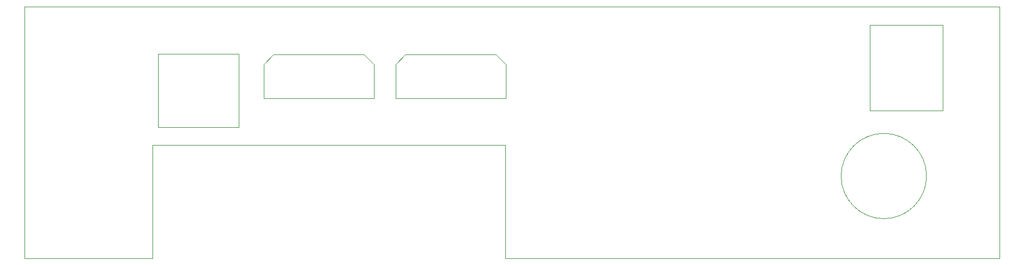
<source format=gbr>
%TF.GenerationSoftware,KiCad,Pcbnew,(5.1.12)-1*%
%TF.CreationDate,2022-01-10T16:23:42+03:00*%
%TF.ProjectId,ADAU1701_backpanel,41444155-3137-4303-915f-6261636b7061,rev?*%
%TF.SameCoordinates,Original*%
%TF.FileFunction,Profile,NP*%
%FSLAX46Y46*%
G04 Gerber Fmt 4.6, Leading zero omitted, Abs format (unit mm)*
G04 Created by KiCad (PCBNEW (5.1.12)-1) date 2022-01-10 16:23:42*
%MOMM*%
%LPD*%
G01*
G04 APERTURE LIST*
%TA.AperFunction,Profile*%
%ADD10C,0.100000*%
%TD*%
G04 APERTURE END LIST*
D10*
X189200000Y-126000000D02*
G75*
G03*
X189200000Y-126000000I-6500000J0D01*
G01*
X125150600Y-138550000D02*
X127700600Y-138550000D01*
X71450000Y-138550000D02*
X52000000Y-138550000D01*
X200300000Y-138550000D02*
X127700600Y-138550000D01*
X200300000Y-100200000D02*
X52000000Y-100200000D01*
X52000000Y-100200000D02*
X52000000Y-138550000D01*
X200300000Y-100200000D02*
X200300000Y-138550000D01*
X108400600Y-109000000D02*
X108400600Y-114200000D01*
X125200600Y-109000000D02*
X125200600Y-114200000D01*
X109900600Y-107500000D02*
X123700600Y-107500000D01*
X123700600Y-107500000D02*
X125200600Y-109000000D01*
X109900600Y-107500000D02*
X108400600Y-109000000D01*
X88350000Y-109000000D02*
X88350000Y-114200000D01*
X105150000Y-109000000D02*
X105150000Y-114200000D01*
X89850000Y-107500000D02*
X103650000Y-107500000D01*
X103650000Y-107500000D02*
X105150000Y-109000000D01*
X89850000Y-107500000D02*
X88350000Y-109000000D01*
X84550000Y-118600000D02*
X84450600Y-118600000D01*
X84550000Y-118500000D02*
X84550000Y-118600000D01*
X72250000Y-118600000D02*
X72401100Y-118600000D01*
X72250000Y-118500000D02*
X72250000Y-118600000D01*
X72250000Y-107400000D02*
X72250000Y-107500000D01*
X72400500Y-107400000D02*
X72250000Y-107400000D01*
X84550000Y-107400000D02*
X84550000Y-107500000D01*
X84450000Y-107400000D02*
X84550000Y-107400000D01*
X180582700Y-115983800D02*
X191650000Y-115983800D01*
X191650000Y-115983800D02*
X191650000Y-102982800D01*
X180582700Y-102982800D02*
X191650000Y-102982800D01*
X180582700Y-115983800D02*
X180582700Y-102982800D01*
X72400500Y-107400000D02*
X84450000Y-107400000D01*
X84550000Y-107500000D02*
X84550000Y-118500000D01*
X84450600Y-118600000D02*
X72401100Y-118600000D01*
X125150600Y-121301300D02*
X125150600Y-138550000D01*
X123450600Y-121301300D02*
X72401100Y-121301300D01*
X71450000Y-121301300D02*
X71450000Y-138550000D01*
X72250000Y-107500000D02*
X72250000Y-118500000D01*
X105150000Y-114200000D02*
X88350000Y-114200000D01*
X125200600Y-114200000D02*
X108400600Y-114200000D01*
X123450600Y-121301300D02*
X125150600Y-121301300D01*
X72401100Y-121301300D02*
X71450000Y-121301300D01*
M02*

</source>
